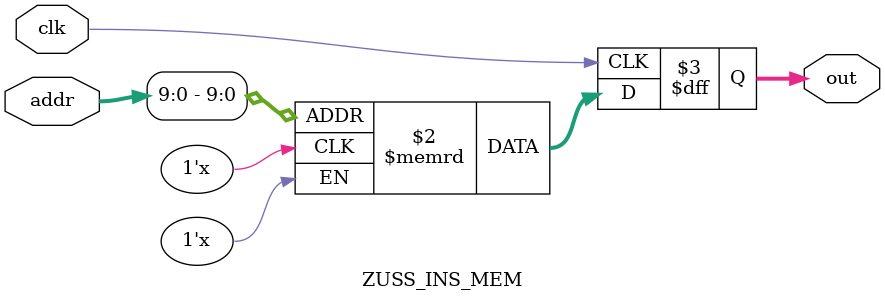
<source format=v>
module ZUSS_INS_MEM(
  input       [31:0]  addr,
  input               clk,
  output reg  [31:0]  out
);

  reg [31:0] mem [1023:0];

  always @ (posedge clk) begin
    out <= mem[addr[9:0]];
  end
endmodule

</source>
